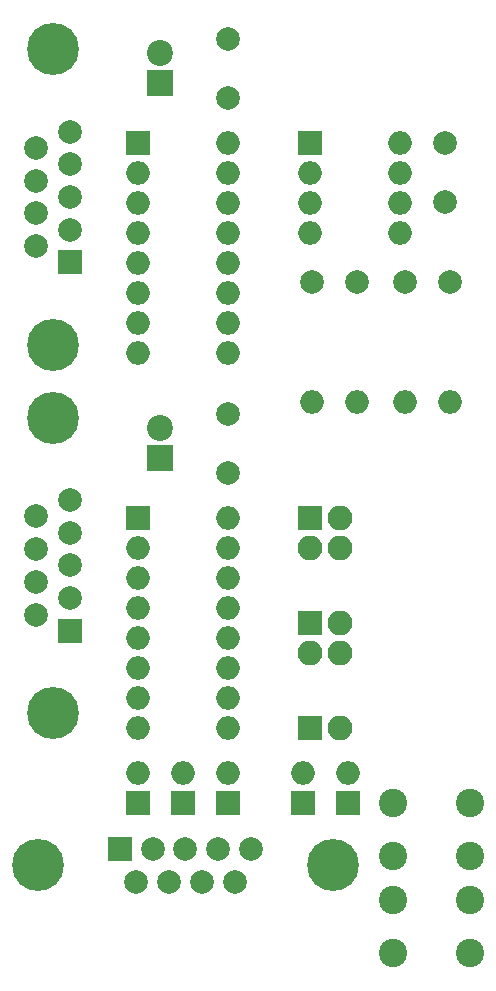
<source format=gts>
G04 #@! TF.FileFunction,Soldermask,Top*
%FSLAX46Y46*%
G04 Gerber Fmt 4.6, Leading zero omitted, Abs format (unit mm)*
G04 Created by KiCad (PCBNEW 4.0.7) date 07/31/19 00:00:46*
%MOMM*%
%LPD*%
G01*
G04 APERTURE LIST*
%ADD10C,0.100000*%
%ADD11R,2.200000X2.200000*%
%ADD12C,2.200000*%
%ADD13R,2.000000X2.000000*%
%ADD14C,2.000000*%
%ADD15C,4.400000*%
%ADD16R,2.100000X2.100000*%
%ADD17O,2.100000X2.100000*%
%ADD18O,2.000000X2.000000*%
%ADD19C,2.400000*%
G04 APERTURE END LIST*
D10*
D11*
X113665000Y-41275000D03*
D12*
X113665000Y-38735000D03*
D11*
X113665000Y-73025000D03*
D12*
X113665000Y-70485000D03*
D13*
X106000000Y-87700000D03*
D14*
X106000000Y-84930000D03*
X106000000Y-82160000D03*
X106000000Y-79390000D03*
X106000000Y-76620000D03*
X103160000Y-86315000D03*
X103160000Y-83545000D03*
X103160000Y-80775000D03*
X103160000Y-78005000D03*
D15*
X104580000Y-69660000D03*
X104580000Y-94660000D03*
D13*
X106000000Y-56500000D03*
D14*
X106000000Y-53730000D03*
X106000000Y-50960000D03*
X106000000Y-48190000D03*
X106000000Y-45420000D03*
X103160000Y-55115000D03*
X103160000Y-52345000D03*
X103160000Y-49575000D03*
X103160000Y-46805000D03*
D15*
X104580000Y-38460000D03*
X104580000Y-63460000D03*
D13*
X110236000Y-106140000D03*
D14*
X113006000Y-106140000D03*
X115776000Y-106140000D03*
X118546000Y-106140000D03*
X121316000Y-106140000D03*
X111621000Y-108980000D03*
X114391000Y-108980000D03*
X117161000Y-108980000D03*
X119931000Y-108980000D03*
D15*
X103276000Y-107560000D03*
X128276000Y-107560000D03*
D16*
X126365000Y-86995000D03*
D17*
X128905000Y-86995000D03*
X126365000Y-89535000D03*
X128905000Y-89535000D03*
D16*
X126365000Y-78105000D03*
D17*
X128905000Y-78105000D03*
X126365000Y-80645000D03*
X128905000Y-80645000D03*
D16*
X126365000Y-95885000D03*
D17*
X128905000Y-95885000D03*
D14*
X126492000Y-58166000D03*
D18*
X126492000Y-68326000D03*
D14*
X130302000Y-58166000D03*
D18*
X130302000Y-68326000D03*
D14*
X134366000Y-58166000D03*
D18*
X134366000Y-68326000D03*
D14*
X138176000Y-58166000D03*
D18*
X138176000Y-68326000D03*
D19*
X133350000Y-114990000D03*
X133350000Y-110490000D03*
X139850000Y-114990000D03*
X139850000Y-110490000D03*
X133350000Y-106735000D03*
X133350000Y-102235000D03*
X139850000Y-106735000D03*
X139850000Y-102235000D03*
D13*
X111760000Y-46355000D03*
D18*
X119380000Y-64135000D03*
X111760000Y-48895000D03*
X119380000Y-61595000D03*
X111760000Y-51435000D03*
X119380000Y-59055000D03*
X111760000Y-53975000D03*
X119380000Y-56515000D03*
X111760000Y-56515000D03*
X119380000Y-53975000D03*
X111760000Y-59055000D03*
X119380000Y-51435000D03*
X111760000Y-61595000D03*
X119380000Y-48895000D03*
X111760000Y-64135000D03*
X119380000Y-46355000D03*
D13*
X111760000Y-78105000D03*
D18*
X119380000Y-95885000D03*
X111760000Y-80645000D03*
X119380000Y-93345000D03*
X111760000Y-83185000D03*
X119380000Y-90805000D03*
X111760000Y-85725000D03*
X119380000Y-88265000D03*
X111760000Y-88265000D03*
X119380000Y-85725000D03*
X111760000Y-90805000D03*
X119380000Y-83185000D03*
X111760000Y-93345000D03*
X119380000Y-80645000D03*
X111760000Y-95885000D03*
X119380000Y-78105000D03*
D13*
X126365000Y-46355000D03*
D18*
X133985000Y-53975000D03*
X126365000Y-48895000D03*
X133985000Y-51435000D03*
X126365000Y-51435000D03*
X133985000Y-48895000D03*
X126365000Y-53975000D03*
X133985000Y-46355000D03*
D14*
X119380000Y-42545000D03*
X119380000Y-37545000D03*
X119380000Y-74295000D03*
X119380000Y-69295000D03*
X137795000Y-46355000D03*
X137795000Y-51355000D03*
D13*
X119380000Y-102235000D03*
D18*
X119380000Y-99695000D03*
D13*
X115570000Y-102235000D03*
D18*
X115570000Y-99695000D03*
D13*
X111760000Y-102235000D03*
D18*
X111760000Y-99695000D03*
D13*
X129540000Y-102235000D03*
D18*
X129540000Y-99695000D03*
D13*
X125730000Y-102235000D03*
D18*
X125730000Y-99695000D03*
M02*

</source>
